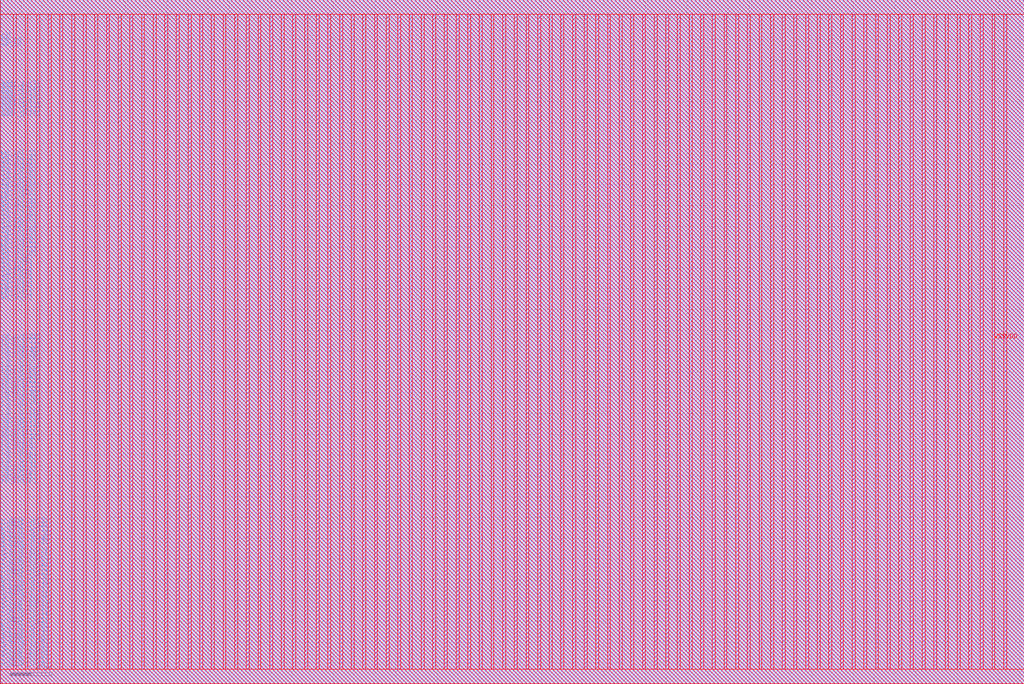
<source format=lef>
VERSION 5.7 ;
BUSBITCHARS "[]" ;
MACRO fakeram45_256x34
  FOREIGN fakeram45_256x34 0 0 ;
  SYMMETRY X Y R90 ;
  SIZE 98.420 BY 65.800 ;
  CLASS BLOCK ;
  PIN w_mask_in[0]
    DIRECTION INPUT ;
    USE SIGNAL ;
    SHAPE ABUTMENT ;
    PORT
      LAYER metal3 ;
      RECT 0.000 1.365 0.070 1.435 ;
    END
  END w_mask_in[0]
  PIN w_mask_in[1]
    DIRECTION INPUT ;
    USE SIGNAL ;
    SHAPE ABUTMENT ;
    PORT
      LAYER metal3 ;
      RECT 0.000 1.785 0.070 1.855 ;
    END
  END w_mask_in[1]
  PIN w_mask_in[2]
    DIRECTION INPUT ;
    USE SIGNAL ;
    SHAPE ABUTMENT ;
    PORT
      LAYER metal3 ;
      RECT 0.000 2.205 0.070 2.275 ;
    END
  END w_mask_in[2]
  PIN w_mask_in[3]
    DIRECTION INPUT ;
    USE SIGNAL ;
    SHAPE ABUTMENT ;
    PORT
      LAYER metal3 ;
      RECT 0.000 2.625 0.070 2.695 ;
    END
  END w_mask_in[3]
  PIN w_mask_in[4]
    DIRECTION INPUT ;
    USE SIGNAL ;
    SHAPE ABUTMENT ;
    PORT
      LAYER metal3 ;
      RECT 0.000 3.045 0.070 3.115 ;
    END
  END w_mask_in[4]
  PIN w_mask_in[5]
    DIRECTION INPUT ;
    USE SIGNAL ;
    SHAPE ABUTMENT ;
    PORT
      LAYER metal3 ;
      RECT 0.000 3.465 0.070 3.535 ;
    END
  END w_mask_in[5]
  PIN w_mask_in[6]
    DIRECTION INPUT ;
    USE SIGNAL ;
    SHAPE ABUTMENT ;
    PORT
      LAYER metal3 ;
      RECT 0.000 3.885 0.070 3.955 ;
    END
  END w_mask_in[6]
  PIN w_mask_in[7]
    DIRECTION INPUT ;
    USE SIGNAL ;
    SHAPE ABUTMENT ;
    PORT
      LAYER metal3 ;
      RECT 0.000 4.305 0.070 4.375 ;
    END
  END w_mask_in[7]
  PIN w_mask_in[8]
    DIRECTION INPUT ;
    USE SIGNAL ;
    SHAPE ABUTMENT ;
    PORT
      LAYER metal3 ;
      RECT 0.000 4.725 0.070 4.795 ;
    END
  END w_mask_in[8]
  PIN w_mask_in[9]
    DIRECTION INPUT ;
    USE SIGNAL ;
    SHAPE ABUTMENT ;
    PORT
      LAYER metal3 ;
      RECT 0.000 5.145 0.070 5.215 ;
    END
  END w_mask_in[9]
  PIN w_mask_in[10]
    DIRECTION INPUT ;
    USE SIGNAL ;
    SHAPE ABUTMENT ;
    PORT
      LAYER metal3 ;
      RECT 0.000 5.565 0.070 5.635 ;
    END
  END w_mask_in[10]
  PIN w_mask_in[11]
    DIRECTION INPUT ;
    USE SIGNAL ;
    SHAPE ABUTMENT ;
    PORT
      LAYER metal3 ;
      RECT 0.000 5.985 0.070 6.055 ;
    END
  END w_mask_in[11]
  PIN w_mask_in[12]
    DIRECTION INPUT ;
    USE SIGNAL ;
    SHAPE ABUTMENT ;
    PORT
      LAYER metal3 ;
      RECT 0.000 6.405 0.070 6.475 ;
    END
  END w_mask_in[12]
  PIN w_mask_in[13]
    DIRECTION INPUT ;
    USE SIGNAL ;
    SHAPE ABUTMENT ;
    PORT
      LAYER metal3 ;
      RECT 0.000 6.825 0.070 6.895 ;
    END
  END w_mask_in[13]
  PIN w_mask_in[14]
    DIRECTION INPUT ;
    USE SIGNAL ;
    SHAPE ABUTMENT ;
    PORT
      LAYER metal3 ;
      RECT 0.000 7.245 0.070 7.315 ;
    END
  END w_mask_in[14]
  PIN w_mask_in[15]
    DIRECTION INPUT ;
    USE SIGNAL ;
    SHAPE ABUTMENT ;
    PORT
      LAYER metal3 ;
      RECT 0.000 7.665 0.070 7.735 ;
    END
  END w_mask_in[15]
  PIN w_mask_in[16]
    DIRECTION INPUT ;
    USE SIGNAL ;
    SHAPE ABUTMENT ;
    PORT
      LAYER metal3 ;
      RECT 0.000 8.085 0.070 8.155 ;
    END
  END w_mask_in[16]
  PIN w_mask_in[17]
    DIRECTION INPUT ;
    USE SIGNAL ;
    SHAPE ABUTMENT ;
    PORT
      LAYER metal3 ;
      RECT 0.000 8.505 0.070 8.575 ;
    END
  END w_mask_in[17]
  PIN w_mask_in[18]
    DIRECTION INPUT ;
    USE SIGNAL ;
    SHAPE ABUTMENT ;
    PORT
      LAYER metal3 ;
      RECT 0.000 8.925 0.070 8.995 ;
    END
  END w_mask_in[18]
  PIN w_mask_in[19]
    DIRECTION INPUT ;
    USE SIGNAL ;
    SHAPE ABUTMENT ;
    PORT
      LAYER metal3 ;
      RECT 0.000 9.345 0.070 9.415 ;
    END
  END w_mask_in[19]
  PIN w_mask_in[20]
    DIRECTION INPUT ;
    USE SIGNAL ;
    SHAPE ABUTMENT ;
    PORT
      LAYER metal3 ;
      RECT 0.000 9.765 0.070 9.835 ;
    END
  END w_mask_in[20]
  PIN w_mask_in[21]
    DIRECTION INPUT ;
    USE SIGNAL ;
    SHAPE ABUTMENT ;
    PORT
      LAYER metal3 ;
      RECT 0.000 10.185 0.070 10.255 ;
    END
  END w_mask_in[21]
  PIN w_mask_in[22]
    DIRECTION INPUT ;
    USE SIGNAL ;
    SHAPE ABUTMENT ;
    PORT
      LAYER metal3 ;
      RECT 0.000 10.605 0.070 10.675 ;
    END
  END w_mask_in[22]
  PIN w_mask_in[23]
    DIRECTION INPUT ;
    USE SIGNAL ;
    SHAPE ABUTMENT ;
    PORT
      LAYER metal3 ;
      RECT 0.000 11.025 0.070 11.095 ;
    END
  END w_mask_in[23]
  PIN w_mask_in[24]
    DIRECTION INPUT ;
    USE SIGNAL ;
    SHAPE ABUTMENT ;
    PORT
      LAYER metal3 ;
      RECT 0.000 11.445 0.070 11.515 ;
    END
  END w_mask_in[24]
  PIN w_mask_in[25]
    DIRECTION INPUT ;
    USE SIGNAL ;
    SHAPE ABUTMENT ;
    PORT
      LAYER metal3 ;
      RECT 0.000 11.865 0.070 11.935 ;
    END
  END w_mask_in[25]
  PIN w_mask_in[26]
    DIRECTION INPUT ;
    USE SIGNAL ;
    SHAPE ABUTMENT ;
    PORT
      LAYER metal3 ;
      RECT 0.000 12.285 0.070 12.355 ;
    END
  END w_mask_in[26]
  PIN w_mask_in[27]
    DIRECTION INPUT ;
    USE SIGNAL ;
    SHAPE ABUTMENT ;
    PORT
      LAYER metal3 ;
      RECT 0.000 12.705 0.070 12.775 ;
    END
  END w_mask_in[27]
  PIN w_mask_in[28]
    DIRECTION INPUT ;
    USE SIGNAL ;
    SHAPE ABUTMENT ;
    PORT
      LAYER metal3 ;
      RECT 0.000 13.125 0.070 13.195 ;
    END
  END w_mask_in[28]
  PIN w_mask_in[29]
    DIRECTION INPUT ;
    USE SIGNAL ;
    SHAPE ABUTMENT ;
    PORT
      LAYER metal3 ;
      RECT 0.000 13.545 0.070 13.615 ;
    END
  END w_mask_in[29]
  PIN w_mask_in[30]
    DIRECTION INPUT ;
    USE SIGNAL ;
    SHAPE ABUTMENT ;
    PORT
      LAYER metal3 ;
      RECT 0.000 13.965 0.070 14.035 ;
    END
  END w_mask_in[30]
  PIN w_mask_in[31]
    DIRECTION INPUT ;
    USE SIGNAL ;
    SHAPE ABUTMENT ;
    PORT
      LAYER metal3 ;
      RECT 0.000 14.385 0.070 14.455 ;
    END
  END w_mask_in[31]
  PIN w_mask_in[32]
    DIRECTION INPUT ;
    USE SIGNAL ;
    SHAPE ABUTMENT ;
    PORT
      LAYER metal3 ;
      RECT 0.000 14.805 0.070 14.875 ;
    END
  END w_mask_in[32]
  PIN w_mask_in[33]
    DIRECTION INPUT ;
    USE SIGNAL ;
    SHAPE ABUTMENT ;
    PORT
      LAYER metal3 ;
      RECT 0.000 15.225 0.070 15.295 ;
    END
  END w_mask_in[33]
  PIN rd_out[0]
    DIRECTION OUTPUT ;
    USE SIGNAL ;
    SHAPE ABUTMENT ;
    PORT
      LAYER metal3 ;
      RECT 0.000 19.005 0.070 19.075 ;
    END
  END rd_out[0]
  PIN rd_out[1]
    DIRECTION OUTPUT ;
    USE SIGNAL ;
    SHAPE ABUTMENT ;
    PORT
      LAYER metal3 ;
      RECT 0.000 19.425 0.070 19.495 ;
    END
  END rd_out[1]
  PIN rd_out[2]
    DIRECTION OUTPUT ;
    USE SIGNAL ;
    SHAPE ABUTMENT ;
    PORT
      LAYER metal3 ;
      RECT 0.000 19.845 0.070 19.915 ;
    END
  END rd_out[2]
  PIN rd_out[3]
    DIRECTION OUTPUT ;
    USE SIGNAL ;
    SHAPE ABUTMENT ;
    PORT
      LAYER metal3 ;
      RECT 0.000 20.265 0.070 20.335 ;
    END
  END rd_out[3]
  PIN rd_out[4]
    DIRECTION OUTPUT ;
    USE SIGNAL ;
    SHAPE ABUTMENT ;
    PORT
      LAYER metal3 ;
      RECT 0.000 20.685 0.070 20.755 ;
    END
  END rd_out[4]
  PIN rd_out[5]
    DIRECTION OUTPUT ;
    USE SIGNAL ;
    SHAPE ABUTMENT ;
    PORT
      LAYER metal3 ;
      RECT 0.000 21.105 0.070 21.175 ;
    END
  END rd_out[5]
  PIN rd_out[6]
    DIRECTION OUTPUT ;
    USE SIGNAL ;
    SHAPE ABUTMENT ;
    PORT
      LAYER metal3 ;
      RECT 0.000 21.525 0.070 21.595 ;
    END
  END rd_out[6]
  PIN rd_out[7]
    DIRECTION OUTPUT ;
    USE SIGNAL ;
    SHAPE ABUTMENT ;
    PORT
      LAYER metal3 ;
      RECT 0.000 21.945 0.070 22.015 ;
    END
  END rd_out[7]
  PIN rd_out[8]
    DIRECTION OUTPUT ;
    USE SIGNAL ;
    SHAPE ABUTMENT ;
    PORT
      LAYER metal3 ;
      RECT 0.000 22.365 0.070 22.435 ;
    END
  END rd_out[8]
  PIN rd_out[9]
    DIRECTION OUTPUT ;
    USE SIGNAL ;
    SHAPE ABUTMENT ;
    PORT
      LAYER metal3 ;
      RECT 0.000 22.785 0.070 22.855 ;
    END
  END rd_out[9]
  PIN rd_out[10]
    DIRECTION OUTPUT ;
    USE SIGNAL ;
    SHAPE ABUTMENT ;
    PORT
      LAYER metal3 ;
      RECT 0.000 23.205 0.070 23.275 ;
    END
  END rd_out[10]
  PIN rd_out[11]
    DIRECTION OUTPUT ;
    USE SIGNAL ;
    SHAPE ABUTMENT ;
    PORT
      LAYER metal3 ;
      RECT 0.000 23.625 0.070 23.695 ;
    END
  END rd_out[11]
  PIN rd_out[12]
    DIRECTION OUTPUT ;
    USE SIGNAL ;
    SHAPE ABUTMENT ;
    PORT
      LAYER metal3 ;
      RECT 0.000 24.045 0.070 24.115 ;
    END
  END rd_out[12]
  PIN rd_out[13]
    DIRECTION OUTPUT ;
    USE SIGNAL ;
    SHAPE ABUTMENT ;
    PORT
      LAYER metal3 ;
      RECT 0.000 24.465 0.070 24.535 ;
    END
  END rd_out[13]
  PIN rd_out[14]
    DIRECTION OUTPUT ;
    USE SIGNAL ;
    SHAPE ABUTMENT ;
    PORT
      LAYER metal3 ;
      RECT 0.000 24.885 0.070 24.955 ;
    END
  END rd_out[14]
  PIN rd_out[15]
    DIRECTION OUTPUT ;
    USE SIGNAL ;
    SHAPE ABUTMENT ;
    PORT
      LAYER metal3 ;
      RECT 0.000 25.305 0.070 25.375 ;
    END
  END rd_out[15]
  PIN rd_out[16]
    DIRECTION OUTPUT ;
    USE SIGNAL ;
    SHAPE ABUTMENT ;
    PORT
      LAYER metal3 ;
      RECT 0.000 25.725 0.070 25.795 ;
    END
  END rd_out[16]
  PIN rd_out[17]
    DIRECTION OUTPUT ;
    USE SIGNAL ;
    SHAPE ABUTMENT ;
    PORT
      LAYER metal3 ;
      RECT 0.000 26.145 0.070 26.215 ;
    END
  END rd_out[17]
  PIN rd_out[18]
    DIRECTION OUTPUT ;
    USE SIGNAL ;
    SHAPE ABUTMENT ;
    PORT
      LAYER metal3 ;
      RECT 0.000 26.565 0.070 26.635 ;
    END
  END rd_out[18]
  PIN rd_out[19]
    DIRECTION OUTPUT ;
    USE SIGNAL ;
    SHAPE ABUTMENT ;
    PORT
      LAYER metal3 ;
      RECT 0.000 26.985 0.070 27.055 ;
    END
  END rd_out[19]
  PIN rd_out[20]
    DIRECTION OUTPUT ;
    USE SIGNAL ;
    SHAPE ABUTMENT ;
    PORT
      LAYER metal3 ;
      RECT 0.000 27.405 0.070 27.475 ;
    END
  END rd_out[20]
  PIN rd_out[21]
    DIRECTION OUTPUT ;
    USE SIGNAL ;
    SHAPE ABUTMENT ;
    PORT
      LAYER metal3 ;
      RECT 0.000 27.825 0.070 27.895 ;
    END
  END rd_out[21]
  PIN rd_out[22]
    DIRECTION OUTPUT ;
    USE SIGNAL ;
    SHAPE ABUTMENT ;
    PORT
      LAYER metal3 ;
      RECT 0.000 28.245 0.070 28.315 ;
    END
  END rd_out[22]
  PIN rd_out[23]
    DIRECTION OUTPUT ;
    USE SIGNAL ;
    SHAPE ABUTMENT ;
    PORT
      LAYER metal3 ;
      RECT 0.000 28.665 0.070 28.735 ;
    END
  END rd_out[23]
  PIN rd_out[24]
    DIRECTION OUTPUT ;
    USE SIGNAL ;
    SHAPE ABUTMENT ;
    PORT
      LAYER metal3 ;
      RECT 0.000 29.085 0.070 29.155 ;
    END
  END rd_out[24]
  PIN rd_out[25]
    DIRECTION OUTPUT ;
    USE SIGNAL ;
    SHAPE ABUTMENT ;
    PORT
      LAYER metal3 ;
      RECT 0.000 29.505 0.070 29.575 ;
    END
  END rd_out[25]
  PIN rd_out[26]
    DIRECTION OUTPUT ;
    USE SIGNAL ;
    SHAPE ABUTMENT ;
    PORT
      LAYER metal3 ;
      RECT 0.000 29.925 0.070 29.995 ;
    END
  END rd_out[26]
  PIN rd_out[27]
    DIRECTION OUTPUT ;
    USE SIGNAL ;
    SHAPE ABUTMENT ;
    PORT
      LAYER metal3 ;
      RECT 0.000 30.345 0.070 30.415 ;
    END
  END rd_out[27]
  PIN rd_out[28]
    DIRECTION OUTPUT ;
    USE SIGNAL ;
    SHAPE ABUTMENT ;
    PORT
      LAYER metal3 ;
      RECT 0.000 30.765 0.070 30.835 ;
    END
  END rd_out[28]
  PIN rd_out[29]
    DIRECTION OUTPUT ;
    USE SIGNAL ;
    SHAPE ABUTMENT ;
    PORT
      LAYER metal3 ;
      RECT 0.000 31.185 0.070 31.255 ;
    END
  END rd_out[29]
  PIN rd_out[30]
    DIRECTION OUTPUT ;
    USE SIGNAL ;
    SHAPE ABUTMENT ;
    PORT
      LAYER metal3 ;
      RECT 0.000 31.605 0.070 31.675 ;
    END
  END rd_out[30]
  PIN rd_out[31]
    DIRECTION OUTPUT ;
    USE SIGNAL ;
    SHAPE ABUTMENT ;
    PORT
      LAYER metal3 ;
      RECT 0.000 32.025 0.070 32.095 ;
    END
  END rd_out[31]
  PIN rd_out[32]
    DIRECTION OUTPUT ;
    USE SIGNAL ;
    SHAPE ABUTMENT ;
    PORT
      LAYER metal3 ;
      RECT 0.000 32.445 0.070 32.515 ;
    END
  END rd_out[32]
  PIN rd_out[33]
    DIRECTION OUTPUT ;
    USE SIGNAL ;
    SHAPE ABUTMENT ;
    PORT
      LAYER metal3 ;
      RECT 0.000 32.865 0.070 32.935 ;
    END
  END rd_out[33]
  PIN wd_in[0]
    DIRECTION INPUT ;
    USE SIGNAL ;
    SHAPE ABUTMENT ;
    PORT
      LAYER metal3 ;
      RECT 0.000 36.645 0.070 36.715 ;
    END
  END wd_in[0]
  PIN wd_in[1]
    DIRECTION INPUT ;
    USE SIGNAL ;
    SHAPE ABUTMENT ;
    PORT
      LAYER metal3 ;
      RECT 0.000 37.065 0.070 37.135 ;
    END
  END wd_in[1]
  PIN wd_in[2]
    DIRECTION INPUT ;
    USE SIGNAL ;
    SHAPE ABUTMENT ;
    PORT
      LAYER metal3 ;
      RECT 0.000 37.485 0.070 37.555 ;
    END
  END wd_in[2]
  PIN wd_in[3]
    DIRECTION INPUT ;
    USE SIGNAL ;
    SHAPE ABUTMENT ;
    PORT
      LAYER metal3 ;
      RECT 0.000 37.905 0.070 37.975 ;
    END
  END wd_in[3]
  PIN wd_in[4]
    DIRECTION INPUT ;
    USE SIGNAL ;
    SHAPE ABUTMENT ;
    PORT
      LAYER metal3 ;
      RECT 0.000 38.325 0.070 38.395 ;
    END
  END wd_in[4]
  PIN wd_in[5]
    DIRECTION INPUT ;
    USE SIGNAL ;
    SHAPE ABUTMENT ;
    PORT
      LAYER metal3 ;
      RECT 0.000 38.745 0.070 38.815 ;
    END
  END wd_in[5]
  PIN wd_in[6]
    DIRECTION INPUT ;
    USE SIGNAL ;
    SHAPE ABUTMENT ;
    PORT
      LAYER metal3 ;
      RECT 0.000 39.165 0.070 39.235 ;
    END
  END wd_in[6]
  PIN wd_in[7]
    DIRECTION INPUT ;
    USE SIGNAL ;
    SHAPE ABUTMENT ;
    PORT
      LAYER metal3 ;
      RECT 0.000 39.585 0.070 39.655 ;
    END
  END wd_in[7]
  PIN wd_in[8]
    DIRECTION INPUT ;
    USE SIGNAL ;
    SHAPE ABUTMENT ;
    PORT
      LAYER metal3 ;
      RECT 0.000 40.005 0.070 40.075 ;
    END
  END wd_in[8]
  PIN wd_in[9]
    DIRECTION INPUT ;
    USE SIGNAL ;
    SHAPE ABUTMENT ;
    PORT
      LAYER metal3 ;
      RECT 0.000 40.425 0.070 40.495 ;
    END
  END wd_in[9]
  PIN wd_in[10]
    DIRECTION INPUT ;
    USE SIGNAL ;
    SHAPE ABUTMENT ;
    PORT
      LAYER metal3 ;
      RECT 0.000 40.845 0.070 40.915 ;
    END
  END wd_in[10]
  PIN wd_in[11]
    DIRECTION INPUT ;
    USE SIGNAL ;
    SHAPE ABUTMENT ;
    PORT
      LAYER metal3 ;
      RECT 0.000 41.265 0.070 41.335 ;
    END
  END wd_in[11]
  PIN wd_in[12]
    DIRECTION INPUT ;
    USE SIGNAL ;
    SHAPE ABUTMENT ;
    PORT
      LAYER metal3 ;
      RECT 0.000 41.685 0.070 41.755 ;
    END
  END wd_in[12]
  PIN wd_in[13]
    DIRECTION INPUT ;
    USE SIGNAL ;
    SHAPE ABUTMENT ;
    PORT
      LAYER metal3 ;
      RECT 0.000 42.105 0.070 42.175 ;
    END
  END wd_in[13]
  PIN wd_in[14]
    DIRECTION INPUT ;
    USE SIGNAL ;
    SHAPE ABUTMENT ;
    PORT
      LAYER metal3 ;
      RECT 0.000 42.525 0.070 42.595 ;
    END
  END wd_in[14]
  PIN wd_in[15]
    DIRECTION INPUT ;
    USE SIGNAL ;
    SHAPE ABUTMENT ;
    PORT
      LAYER metal3 ;
      RECT 0.000 42.945 0.070 43.015 ;
    END
  END wd_in[15]
  PIN wd_in[16]
    DIRECTION INPUT ;
    USE SIGNAL ;
    SHAPE ABUTMENT ;
    PORT
      LAYER metal3 ;
      RECT 0.000 43.365 0.070 43.435 ;
    END
  END wd_in[16]
  PIN wd_in[17]
    DIRECTION INPUT ;
    USE SIGNAL ;
    SHAPE ABUTMENT ;
    PORT
      LAYER metal3 ;
      RECT 0.000 43.785 0.070 43.855 ;
    END
  END wd_in[17]
  PIN wd_in[18]
    DIRECTION INPUT ;
    USE SIGNAL ;
    SHAPE ABUTMENT ;
    PORT
      LAYER metal3 ;
      RECT 0.000 44.205 0.070 44.275 ;
    END
  END wd_in[18]
  PIN wd_in[19]
    DIRECTION INPUT ;
    USE SIGNAL ;
    SHAPE ABUTMENT ;
    PORT
      LAYER metal3 ;
      RECT 0.000 44.625 0.070 44.695 ;
    END
  END wd_in[19]
  PIN wd_in[20]
    DIRECTION INPUT ;
    USE SIGNAL ;
    SHAPE ABUTMENT ;
    PORT
      LAYER metal3 ;
      RECT 0.000 45.045 0.070 45.115 ;
    END
  END wd_in[20]
  PIN wd_in[21]
    DIRECTION INPUT ;
    USE SIGNAL ;
    SHAPE ABUTMENT ;
    PORT
      LAYER metal3 ;
      RECT 0.000 45.465 0.070 45.535 ;
    END
  END wd_in[21]
  PIN wd_in[22]
    DIRECTION INPUT ;
    USE SIGNAL ;
    SHAPE ABUTMENT ;
    PORT
      LAYER metal3 ;
      RECT 0.000 45.885 0.070 45.955 ;
    END
  END wd_in[22]
  PIN wd_in[23]
    DIRECTION INPUT ;
    USE SIGNAL ;
    SHAPE ABUTMENT ;
    PORT
      LAYER metal3 ;
      RECT 0.000 46.305 0.070 46.375 ;
    END
  END wd_in[23]
  PIN wd_in[24]
    DIRECTION INPUT ;
    USE SIGNAL ;
    SHAPE ABUTMENT ;
    PORT
      LAYER metal3 ;
      RECT 0.000 46.725 0.070 46.795 ;
    END
  END wd_in[24]
  PIN wd_in[25]
    DIRECTION INPUT ;
    USE SIGNAL ;
    SHAPE ABUTMENT ;
    PORT
      LAYER metal3 ;
      RECT 0.000 47.145 0.070 47.215 ;
    END
  END wd_in[25]
  PIN wd_in[26]
    DIRECTION INPUT ;
    USE SIGNAL ;
    SHAPE ABUTMENT ;
    PORT
      LAYER metal3 ;
      RECT 0.000 47.565 0.070 47.635 ;
    END
  END wd_in[26]
  PIN wd_in[27]
    DIRECTION INPUT ;
    USE SIGNAL ;
    SHAPE ABUTMENT ;
    PORT
      LAYER metal3 ;
      RECT 0.000 47.985 0.070 48.055 ;
    END
  END wd_in[27]
  PIN wd_in[28]
    DIRECTION INPUT ;
    USE SIGNAL ;
    SHAPE ABUTMENT ;
    PORT
      LAYER metal3 ;
      RECT 0.000 48.405 0.070 48.475 ;
    END
  END wd_in[28]
  PIN wd_in[29]
    DIRECTION INPUT ;
    USE SIGNAL ;
    SHAPE ABUTMENT ;
    PORT
      LAYER metal3 ;
      RECT 0.000 48.825 0.070 48.895 ;
    END
  END wd_in[29]
  PIN wd_in[30]
    DIRECTION INPUT ;
    USE SIGNAL ;
    SHAPE ABUTMENT ;
    PORT
      LAYER metal3 ;
      RECT 0.000 49.245 0.070 49.315 ;
    END
  END wd_in[30]
  PIN wd_in[31]
    DIRECTION INPUT ;
    USE SIGNAL ;
    SHAPE ABUTMENT ;
    PORT
      LAYER metal3 ;
      RECT 0.000 49.665 0.070 49.735 ;
    END
  END wd_in[31]
  PIN wd_in[32]
    DIRECTION INPUT ;
    USE SIGNAL ;
    SHAPE ABUTMENT ;
    PORT
      LAYER metal3 ;
      RECT 0.000 50.085 0.070 50.155 ;
    END
  END wd_in[32]
  PIN wd_in[33]
    DIRECTION INPUT ;
    USE SIGNAL ;
    SHAPE ABUTMENT ;
    PORT
      LAYER metal3 ;
      RECT 0.000 50.505 0.070 50.575 ;
    END
  END wd_in[33]
  PIN addr_in[0]
    DIRECTION INPUT ;
    USE SIGNAL ;
    SHAPE ABUTMENT ;
    PORT
      LAYER metal3 ;
      RECT 0.000 54.285 0.070 54.355 ;
    END
  END addr_in[0]
  PIN addr_in[1]
    DIRECTION INPUT ;
    USE SIGNAL ;
    SHAPE ABUTMENT ;
    PORT
      LAYER metal3 ;
      RECT 0.000 54.705 0.070 54.775 ;
    END
  END addr_in[1]
  PIN addr_in[2]
    DIRECTION INPUT ;
    USE SIGNAL ;
    SHAPE ABUTMENT ;
    PORT
      LAYER metal3 ;
      RECT 0.000 55.125 0.070 55.195 ;
    END
  END addr_in[2]
  PIN addr_in[3]
    DIRECTION INPUT ;
    USE SIGNAL ;
    SHAPE ABUTMENT ;
    PORT
      LAYER metal3 ;
      RECT 0.000 55.545 0.070 55.615 ;
    END
  END addr_in[3]
  PIN addr_in[4]
    DIRECTION INPUT ;
    USE SIGNAL ;
    SHAPE ABUTMENT ;
    PORT
      LAYER metal3 ;
      RECT 0.000 55.965 0.070 56.035 ;
    END
  END addr_in[4]
  PIN addr_in[5]
    DIRECTION INPUT ;
    USE SIGNAL ;
    SHAPE ABUTMENT ;
    PORT
      LAYER metal3 ;
      RECT 0.000 56.385 0.070 56.455 ;
    END
  END addr_in[5]
  PIN addr_in[6]
    DIRECTION INPUT ;
    USE SIGNAL ;
    SHAPE ABUTMENT ;
    PORT
      LAYER metal3 ;
      RECT 0.000 56.805 0.070 56.875 ;
    END
  END addr_in[6]
  PIN addr_in[7]
    DIRECTION INPUT ;
    USE SIGNAL ;
    SHAPE ABUTMENT ;
    PORT
      LAYER metal3 ;
      RECT 0.000 57.225 0.070 57.295 ;
    END
  END addr_in[7]
  PIN we_in
    DIRECTION INPUT ;
    USE SIGNAL ;
    SHAPE ABUTMENT ;
    PORT
      LAYER metal3 ;
      RECT 0.000 61.005 0.070 61.075 ;
    END
  END we_in
  PIN ce_in
    DIRECTION INPUT ;
    USE SIGNAL ;
    SHAPE ABUTMENT ;
    PORT
      LAYER metal3 ;
      RECT 0.000 61.425 0.070 61.495 ;
    END
  END ce_in
  PIN clk
    DIRECTION INPUT ;
    USE SIGNAL ;
    SHAPE ABUTMENT ;
    PORT
      LAYER metal3 ;
      RECT 0.000 61.845 0.070 61.915 ;
    END
  END clk
  PIN VSS
    DIRECTION INOUT ;
    USE GROUND ;
    PORT
      LAYER metal4 ;
      RECT 1.260 1.400 1.540 64.400 ;
      RECT 3.500 1.400 3.780 64.400 ;
      RECT 5.740 1.400 6.020 64.400 ;
      RECT 7.980 1.400 8.260 64.400 ;
      RECT 10.220 1.400 10.500 64.400 ;
      RECT 12.460 1.400 12.740 64.400 ;
      RECT 14.700 1.400 14.980 64.400 ;
      RECT 16.940 1.400 17.220 64.400 ;
      RECT 19.180 1.400 19.460 64.400 ;
      RECT 21.420 1.400 21.700 64.400 ;
      RECT 23.660 1.400 23.940 64.400 ;
      RECT 25.900 1.400 26.180 64.400 ;
      RECT 28.140 1.400 28.420 64.400 ;
      RECT 30.380 1.400 30.660 64.400 ;
      RECT 32.620 1.400 32.900 64.400 ;
      RECT 34.860 1.400 35.140 64.400 ;
      RECT 37.100 1.400 37.380 64.400 ;
      RECT 39.340 1.400 39.620 64.400 ;
      RECT 41.580 1.400 41.860 64.400 ;
      RECT 43.820 1.400 44.100 64.400 ;
      RECT 46.060 1.400 46.340 64.400 ;
      RECT 48.300 1.400 48.580 64.400 ;
      RECT 50.540 1.400 50.820 64.400 ;
      RECT 52.780 1.400 53.060 64.400 ;
      RECT 55.020 1.400 55.300 64.400 ;
      RECT 57.260 1.400 57.540 64.400 ;
      RECT 59.500 1.400 59.780 64.400 ;
      RECT 61.740 1.400 62.020 64.400 ;
      RECT 63.980 1.400 64.260 64.400 ;
      RECT 66.220 1.400 66.500 64.400 ;
      RECT 68.460 1.400 68.740 64.400 ;
      RECT 70.700 1.400 70.980 64.400 ;
      RECT 72.940 1.400 73.220 64.400 ;
      RECT 75.180 1.400 75.460 64.400 ;
      RECT 77.420 1.400 77.700 64.400 ;
      RECT 79.660 1.400 79.940 64.400 ;
      RECT 81.900 1.400 82.180 64.400 ;
      RECT 84.140 1.400 84.420 64.400 ;
      RECT 86.380 1.400 86.660 64.400 ;
      RECT 88.620 1.400 88.900 64.400 ;
      RECT 90.860 1.400 91.140 64.400 ;
      RECT 93.100 1.400 93.380 64.400 ;
      RECT 95.340 1.400 95.620 64.400 ;
    END
  END VSS
  PIN VDD
    DIRECTION INOUT ;
    USE POWER ;
    PORT
      LAYER metal4 ;
      RECT 2.380 1.400 2.660 64.400 ;
      RECT 4.620 1.400 4.900 64.400 ;
      RECT 6.860 1.400 7.140 64.400 ;
      RECT 9.100 1.400 9.380 64.400 ;
      RECT 11.340 1.400 11.620 64.400 ;
      RECT 13.580 1.400 13.860 64.400 ;
      RECT 15.820 1.400 16.100 64.400 ;
      RECT 18.060 1.400 18.340 64.400 ;
      RECT 20.300 1.400 20.580 64.400 ;
      RECT 22.540 1.400 22.820 64.400 ;
      RECT 24.780 1.400 25.060 64.400 ;
      RECT 27.020 1.400 27.300 64.400 ;
      RECT 29.260 1.400 29.540 64.400 ;
      RECT 31.500 1.400 31.780 64.400 ;
      RECT 33.740 1.400 34.020 64.400 ;
      RECT 35.980 1.400 36.260 64.400 ;
      RECT 38.220 1.400 38.500 64.400 ;
      RECT 40.460 1.400 40.740 64.400 ;
      RECT 42.700 1.400 42.980 64.400 ;
      RECT 44.940 1.400 45.220 64.400 ;
      RECT 47.180 1.400 47.460 64.400 ;
      RECT 49.420 1.400 49.700 64.400 ;
      RECT 51.660 1.400 51.940 64.400 ;
      RECT 53.900 1.400 54.180 64.400 ;
      RECT 56.140 1.400 56.420 64.400 ;
      RECT 58.380 1.400 58.660 64.400 ;
      RECT 60.620 1.400 60.900 64.400 ;
      RECT 62.860 1.400 63.140 64.400 ;
      RECT 65.100 1.400 65.380 64.400 ;
      RECT 67.340 1.400 67.620 64.400 ;
      RECT 69.580 1.400 69.860 64.400 ;
      RECT 71.820 1.400 72.100 64.400 ;
      RECT 74.060 1.400 74.340 64.400 ;
      RECT 76.300 1.400 76.580 64.400 ;
      RECT 78.540 1.400 78.820 64.400 ;
      RECT 80.780 1.400 81.060 64.400 ;
      RECT 83.020 1.400 83.300 64.400 ;
      RECT 85.260 1.400 85.540 64.400 ;
      RECT 87.500 1.400 87.780 64.400 ;
      RECT 89.740 1.400 90.020 64.400 ;
      RECT 91.980 1.400 92.260 64.400 ;
      RECT 94.220 1.400 94.500 64.400 ;
      RECT 96.460 1.400 96.740 64.400 ;
    END
  END VDD
  OBS
    LAYER metal1 ;
    RECT 0 0 98.420 65.800 ;
    LAYER metal2 ;
    RECT 0 0 98.420 65.800 ;
    LAYER metal3 ;
    RECT 0.070 0 98.420 65.800 ;
    RECT 0 0.000 0.070 1.365 ;
    RECT 0 1.435 0.070 1.785 ;
    RECT 0 1.855 0.070 2.205 ;
    RECT 0 2.275 0.070 2.625 ;
    RECT 0 2.695 0.070 3.045 ;
    RECT 0 3.115 0.070 3.465 ;
    RECT 0 3.535 0.070 3.885 ;
    RECT 0 3.955 0.070 4.305 ;
    RECT 0 4.375 0.070 4.725 ;
    RECT 0 4.795 0.070 5.145 ;
    RECT 0 5.215 0.070 5.565 ;
    RECT 0 5.635 0.070 5.985 ;
    RECT 0 6.055 0.070 6.405 ;
    RECT 0 6.475 0.070 6.825 ;
    RECT 0 6.895 0.070 7.245 ;
    RECT 0 7.315 0.070 7.665 ;
    RECT 0 7.735 0.070 8.085 ;
    RECT 0 8.155 0.070 8.505 ;
    RECT 0 8.575 0.070 8.925 ;
    RECT 0 8.995 0.070 9.345 ;
    RECT 0 9.415 0.070 9.765 ;
    RECT 0 9.835 0.070 10.185 ;
    RECT 0 10.255 0.070 10.605 ;
    RECT 0 10.675 0.070 11.025 ;
    RECT 0 11.095 0.070 11.445 ;
    RECT 0 11.515 0.070 11.865 ;
    RECT 0 11.935 0.070 12.285 ;
    RECT 0 12.355 0.070 12.705 ;
    RECT 0 12.775 0.070 13.125 ;
    RECT 0 13.195 0.070 13.545 ;
    RECT 0 13.615 0.070 13.965 ;
    RECT 0 14.035 0.070 14.385 ;
    RECT 0 14.455 0.070 14.805 ;
    RECT 0 14.875 0.070 15.225 ;
    RECT 0 15.295 0.070 19.005 ;
    RECT 0 19.075 0.070 19.425 ;
    RECT 0 19.495 0.070 19.845 ;
    RECT 0 19.915 0.070 20.265 ;
    RECT 0 20.335 0.070 20.685 ;
    RECT 0 20.755 0.070 21.105 ;
    RECT 0 21.175 0.070 21.525 ;
    RECT 0 21.595 0.070 21.945 ;
    RECT 0 22.015 0.070 22.365 ;
    RECT 0 22.435 0.070 22.785 ;
    RECT 0 22.855 0.070 23.205 ;
    RECT 0 23.275 0.070 23.625 ;
    RECT 0 23.695 0.070 24.045 ;
    RECT 0 24.115 0.070 24.465 ;
    RECT 0 24.535 0.070 24.885 ;
    RECT 0 24.955 0.070 25.305 ;
    RECT 0 25.375 0.070 25.725 ;
    RECT 0 25.795 0.070 26.145 ;
    RECT 0 26.215 0.070 26.565 ;
    RECT 0 26.635 0.070 26.985 ;
    RECT 0 27.055 0.070 27.405 ;
    RECT 0 27.475 0.070 27.825 ;
    RECT 0 27.895 0.070 28.245 ;
    RECT 0 28.315 0.070 28.665 ;
    RECT 0 28.735 0.070 29.085 ;
    RECT 0 29.155 0.070 29.505 ;
    RECT 0 29.575 0.070 29.925 ;
    RECT 0 29.995 0.070 30.345 ;
    RECT 0 30.415 0.070 30.765 ;
    RECT 0 30.835 0.070 31.185 ;
    RECT 0 31.255 0.070 31.605 ;
    RECT 0 31.675 0.070 32.025 ;
    RECT 0 32.095 0.070 32.445 ;
    RECT 0 32.515 0.070 32.865 ;
    RECT 0 32.935 0.070 36.645 ;
    RECT 0 36.715 0.070 37.065 ;
    RECT 0 37.135 0.070 37.485 ;
    RECT 0 37.555 0.070 37.905 ;
    RECT 0 37.975 0.070 38.325 ;
    RECT 0 38.395 0.070 38.745 ;
    RECT 0 38.815 0.070 39.165 ;
    RECT 0 39.235 0.070 39.585 ;
    RECT 0 39.655 0.070 40.005 ;
    RECT 0 40.075 0.070 40.425 ;
    RECT 0 40.495 0.070 40.845 ;
    RECT 0 40.915 0.070 41.265 ;
    RECT 0 41.335 0.070 41.685 ;
    RECT 0 41.755 0.070 42.105 ;
    RECT 0 42.175 0.070 42.525 ;
    RECT 0 42.595 0.070 42.945 ;
    RECT 0 43.015 0.070 43.365 ;
    RECT 0 43.435 0.070 43.785 ;
    RECT 0 43.855 0.070 44.205 ;
    RECT 0 44.275 0.070 44.625 ;
    RECT 0 44.695 0.070 45.045 ;
    RECT 0 45.115 0.070 45.465 ;
    RECT 0 45.535 0.070 45.885 ;
    RECT 0 45.955 0.070 46.305 ;
    RECT 0 46.375 0.070 46.725 ;
    RECT 0 46.795 0.070 47.145 ;
    RECT 0 47.215 0.070 47.565 ;
    RECT 0 47.635 0.070 47.985 ;
    RECT 0 48.055 0.070 48.405 ;
    RECT 0 48.475 0.070 48.825 ;
    RECT 0 48.895 0.070 49.245 ;
    RECT 0 49.315 0.070 49.665 ;
    RECT 0 49.735 0.070 50.085 ;
    RECT 0 50.155 0.070 50.505 ;
    RECT 0 50.575 0.070 54.285 ;
    RECT 0 54.355 0.070 54.705 ;
    RECT 0 54.775 0.070 55.125 ;
    RECT 0 55.195 0.070 55.545 ;
    RECT 0 55.615 0.070 55.965 ;
    RECT 0 56.035 0.070 56.385 ;
    RECT 0 56.455 0.070 56.805 ;
    RECT 0 56.875 0.070 57.225 ;
    RECT 0 57.295 0.070 61.005 ;
    RECT 0 61.075 0.070 61.425 ;
    RECT 0 61.495 0.070 61.845 ;
    RECT 0 61.915 0.070 65.800 ;
    LAYER metal4 ;
    RECT 0 0 98.420 1.400 ;
    RECT 0 64.400 98.420 65.800 ;
    RECT 0.000 1.400 1.260 64.400 ;
    RECT 1.540 1.400 2.380 64.400 ;
    RECT 2.660 1.400 3.500 64.400 ;
    RECT 3.780 1.400 4.620 64.400 ;
    RECT 4.900 1.400 5.740 64.400 ;
    RECT 6.020 1.400 6.860 64.400 ;
    RECT 7.140 1.400 7.980 64.400 ;
    RECT 8.260 1.400 9.100 64.400 ;
    RECT 9.380 1.400 10.220 64.400 ;
    RECT 10.500 1.400 11.340 64.400 ;
    RECT 11.620 1.400 12.460 64.400 ;
    RECT 12.740 1.400 13.580 64.400 ;
    RECT 13.860 1.400 14.700 64.400 ;
    RECT 14.980 1.400 15.820 64.400 ;
    RECT 16.100 1.400 16.940 64.400 ;
    RECT 17.220 1.400 18.060 64.400 ;
    RECT 18.340 1.400 19.180 64.400 ;
    RECT 19.460 1.400 20.300 64.400 ;
    RECT 20.580 1.400 21.420 64.400 ;
    RECT 21.700 1.400 22.540 64.400 ;
    RECT 22.820 1.400 23.660 64.400 ;
    RECT 23.940 1.400 24.780 64.400 ;
    RECT 25.060 1.400 25.900 64.400 ;
    RECT 26.180 1.400 27.020 64.400 ;
    RECT 27.300 1.400 28.140 64.400 ;
    RECT 28.420 1.400 29.260 64.400 ;
    RECT 29.540 1.400 30.380 64.400 ;
    RECT 30.660 1.400 31.500 64.400 ;
    RECT 31.780 1.400 32.620 64.400 ;
    RECT 32.900 1.400 33.740 64.400 ;
    RECT 34.020 1.400 34.860 64.400 ;
    RECT 35.140 1.400 35.980 64.400 ;
    RECT 36.260 1.400 37.100 64.400 ;
    RECT 37.380 1.400 38.220 64.400 ;
    RECT 38.500 1.400 39.340 64.400 ;
    RECT 39.620 1.400 40.460 64.400 ;
    RECT 40.740 1.400 41.580 64.400 ;
    RECT 41.860 1.400 42.700 64.400 ;
    RECT 42.980 1.400 43.820 64.400 ;
    RECT 44.100 1.400 44.940 64.400 ;
    RECT 45.220 1.400 46.060 64.400 ;
    RECT 46.340 1.400 47.180 64.400 ;
    RECT 47.460 1.400 48.300 64.400 ;
    RECT 48.580 1.400 49.420 64.400 ;
    RECT 49.700 1.400 50.540 64.400 ;
    RECT 50.820 1.400 51.660 64.400 ;
    RECT 51.940 1.400 52.780 64.400 ;
    RECT 53.060 1.400 53.900 64.400 ;
    RECT 54.180 1.400 55.020 64.400 ;
    RECT 55.300 1.400 56.140 64.400 ;
    RECT 56.420 1.400 57.260 64.400 ;
    RECT 57.540 1.400 58.380 64.400 ;
    RECT 58.660 1.400 59.500 64.400 ;
    RECT 59.780 1.400 60.620 64.400 ;
    RECT 60.900 1.400 61.740 64.400 ;
    RECT 62.020 1.400 62.860 64.400 ;
    RECT 63.140 1.400 63.980 64.400 ;
    RECT 64.260 1.400 65.100 64.400 ;
    RECT 65.380 1.400 66.220 64.400 ;
    RECT 66.500 1.400 67.340 64.400 ;
    RECT 67.620 1.400 68.460 64.400 ;
    RECT 68.740 1.400 69.580 64.400 ;
    RECT 69.860 1.400 70.700 64.400 ;
    RECT 70.980 1.400 71.820 64.400 ;
    RECT 72.100 1.400 72.940 64.400 ;
    RECT 73.220 1.400 74.060 64.400 ;
    RECT 74.340 1.400 75.180 64.400 ;
    RECT 75.460 1.400 76.300 64.400 ;
    RECT 76.580 1.400 77.420 64.400 ;
    RECT 77.700 1.400 78.540 64.400 ;
    RECT 78.820 1.400 79.660 64.400 ;
    RECT 79.940 1.400 80.780 64.400 ;
    RECT 81.060 1.400 81.900 64.400 ;
    RECT 82.180 1.400 83.020 64.400 ;
    RECT 83.300 1.400 84.140 64.400 ;
    RECT 84.420 1.400 85.260 64.400 ;
    RECT 85.540 1.400 86.380 64.400 ;
    RECT 86.660 1.400 87.500 64.400 ;
    RECT 87.780 1.400 88.620 64.400 ;
    RECT 88.900 1.400 89.740 64.400 ;
    RECT 90.020 1.400 90.860 64.400 ;
    RECT 91.140 1.400 91.980 64.400 ;
    RECT 92.260 1.400 93.100 64.400 ;
    RECT 93.380 1.400 94.220 64.400 ;
    RECT 94.500 1.400 95.340 64.400 ;
    RECT 95.620 1.400 96.460 64.400 ;
    RECT 96.740 1.400 98.420 64.400 ;
    LAYER OVERLAP ;
    RECT 0 0 98.420 65.800 ;
  END
END fakeram45_256x34

END LIBRARY

</source>
